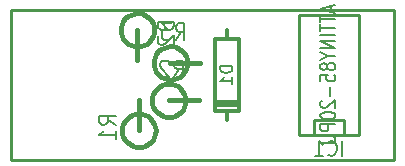
<source format=gbo>
G04 (created by PCBNEW-RS274X (2012-apr-16-27)-stable) date Mon 26 Aug 2013 06:45:51 PM IST*
G01*
G70*
G90*
%MOIN*%
G04 Gerber Fmt 3.4, Leading zero omitted, Abs format*
%FSLAX34Y34*%
G04 APERTURE LIST*
%ADD10C,0.006000*%
%ADD11C,0.011100*%
%ADD12C,0.015000*%
%ADD13C,0.010000*%
%ADD14C,0.012000*%
%ADD15C,0.008000*%
G04 APERTURE END LIST*
G54D10*
G54D11*
X33000Y-43250D02*
X33000Y-38250D01*
X45750Y-43250D02*
X33000Y-43250D01*
X45750Y-38250D02*
X45750Y-43250D01*
X33000Y-38250D02*
X45750Y-38250D01*
G54D12*
X37250Y-42250D02*
X37250Y-41250D01*
X37809Y-42250D02*
X37798Y-42358D01*
X37766Y-42463D01*
X37715Y-42559D01*
X37646Y-42643D01*
X37562Y-42713D01*
X37466Y-42765D01*
X37362Y-42797D01*
X37253Y-42808D01*
X37146Y-42799D01*
X37041Y-42768D01*
X36944Y-42717D01*
X36859Y-42649D01*
X36789Y-42565D01*
X36737Y-42470D01*
X36704Y-42366D01*
X36692Y-42257D01*
X36701Y-42150D01*
X36731Y-42045D01*
X36781Y-41948D01*
X36848Y-41862D01*
X36931Y-41791D01*
X37027Y-41738D01*
X37130Y-41705D01*
X37239Y-41692D01*
X37347Y-41700D01*
X37452Y-41729D01*
X37549Y-41779D01*
X37635Y-41846D01*
X37706Y-41928D01*
X37760Y-42023D01*
X37795Y-42127D01*
X37808Y-42235D01*
X37809Y-42250D01*
G54D13*
X44100Y-42400D02*
X44100Y-41900D01*
X44100Y-41900D02*
X43100Y-41900D01*
X43100Y-41900D02*
X43100Y-42400D01*
X44600Y-42400D02*
X44600Y-38400D01*
X44600Y-38400D02*
X42600Y-38400D01*
X42600Y-38400D02*
X42600Y-42400D01*
X42600Y-42400D02*
X44600Y-42400D01*
G54D12*
X38250Y-41250D02*
X39250Y-41250D01*
X38809Y-41250D02*
X38798Y-41358D01*
X38766Y-41463D01*
X38715Y-41559D01*
X38646Y-41643D01*
X38562Y-41713D01*
X38466Y-41765D01*
X38362Y-41797D01*
X38253Y-41808D01*
X38146Y-41799D01*
X38041Y-41768D01*
X37944Y-41717D01*
X37859Y-41649D01*
X37789Y-41565D01*
X37737Y-41470D01*
X37704Y-41366D01*
X37692Y-41257D01*
X37701Y-41150D01*
X37731Y-41045D01*
X37781Y-40948D01*
X37848Y-40862D01*
X37931Y-40791D01*
X38027Y-40738D01*
X38130Y-40705D01*
X38239Y-40692D01*
X38347Y-40700D01*
X38452Y-40729D01*
X38549Y-40779D01*
X38635Y-40846D01*
X38706Y-40928D01*
X38760Y-41023D01*
X38795Y-41127D01*
X38808Y-41235D01*
X38809Y-41250D01*
X38300Y-40000D02*
X39300Y-40000D01*
X38859Y-40000D02*
X38848Y-40108D01*
X38816Y-40213D01*
X38765Y-40309D01*
X38696Y-40393D01*
X38612Y-40463D01*
X38516Y-40515D01*
X38412Y-40547D01*
X38303Y-40558D01*
X38196Y-40549D01*
X38091Y-40518D01*
X37994Y-40467D01*
X37909Y-40399D01*
X37839Y-40315D01*
X37787Y-40220D01*
X37754Y-40116D01*
X37742Y-40007D01*
X37751Y-39900D01*
X37781Y-39795D01*
X37831Y-39698D01*
X37898Y-39612D01*
X37981Y-39541D01*
X38077Y-39488D01*
X38180Y-39455D01*
X38289Y-39442D01*
X38397Y-39450D01*
X38502Y-39479D01*
X38599Y-39529D01*
X38685Y-39596D01*
X38756Y-39678D01*
X38810Y-39773D01*
X38845Y-39877D01*
X38858Y-39985D01*
X38859Y-40000D01*
G54D14*
X40200Y-41900D02*
X40200Y-41600D01*
X40200Y-41600D02*
X39800Y-41600D01*
X39800Y-41600D02*
X39800Y-39200D01*
X39800Y-39200D02*
X40200Y-39200D01*
X40200Y-39200D02*
X40200Y-38900D01*
X40200Y-39200D02*
X40600Y-39200D01*
X40600Y-39200D02*
X40600Y-41600D01*
X40600Y-41600D02*
X40200Y-41600D01*
X39800Y-41400D02*
X40600Y-41400D01*
X40600Y-41300D02*
X39800Y-41300D01*
G54D12*
X37200Y-38900D02*
X37200Y-39900D01*
X37759Y-38900D02*
X37748Y-39008D01*
X37716Y-39113D01*
X37665Y-39209D01*
X37596Y-39293D01*
X37512Y-39363D01*
X37416Y-39415D01*
X37312Y-39447D01*
X37203Y-39458D01*
X37096Y-39449D01*
X36991Y-39418D01*
X36894Y-39367D01*
X36809Y-39299D01*
X36739Y-39215D01*
X36687Y-39120D01*
X36654Y-39016D01*
X36642Y-38907D01*
X36651Y-38800D01*
X36681Y-38695D01*
X36731Y-38598D01*
X36798Y-38512D01*
X36881Y-38441D01*
X36977Y-38388D01*
X37080Y-38355D01*
X37189Y-38342D01*
X37297Y-38350D01*
X37402Y-38379D01*
X37499Y-38429D01*
X37585Y-38496D01*
X37656Y-38578D01*
X37710Y-38673D01*
X37745Y-38777D01*
X37758Y-38885D01*
X37759Y-38900D01*
G54D15*
X36473Y-42067D02*
X36211Y-41900D01*
X36473Y-41781D02*
X35923Y-41781D01*
X35923Y-41972D01*
X35949Y-42019D01*
X35975Y-42043D01*
X36027Y-42067D01*
X36106Y-42067D01*
X36158Y-42043D01*
X36185Y-42019D01*
X36211Y-41972D01*
X36211Y-41781D01*
X36473Y-42543D02*
X36473Y-42257D01*
X36473Y-42400D02*
X35923Y-42400D01*
X36001Y-42352D01*
X36054Y-42305D01*
X36080Y-42257D01*
X44039Y-43102D02*
X44039Y-42602D01*
X43568Y-43055D02*
X43589Y-43079D01*
X43653Y-43102D01*
X43696Y-43102D01*
X43761Y-43079D01*
X43803Y-43031D01*
X43825Y-42983D01*
X43846Y-42888D01*
X43846Y-42817D01*
X43825Y-42721D01*
X43803Y-42674D01*
X43761Y-42626D01*
X43696Y-42602D01*
X43653Y-42602D01*
X43589Y-42626D01*
X43568Y-42650D01*
X43139Y-43102D02*
X43396Y-43102D01*
X43268Y-43102D02*
X43268Y-42602D01*
X43311Y-42674D01*
X43353Y-42721D01*
X43396Y-42745D01*
X43660Y-38105D02*
X43660Y-38296D01*
X43802Y-38067D02*
X43302Y-38200D01*
X43802Y-38334D01*
X43302Y-38410D02*
X43302Y-38639D01*
X43802Y-38524D02*
X43302Y-38524D01*
X43302Y-38715D02*
X43302Y-38944D01*
X43802Y-38829D02*
X43302Y-38829D01*
X43802Y-39077D02*
X43302Y-39077D01*
X43802Y-39267D02*
X43302Y-39267D01*
X43802Y-39496D01*
X43302Y-39496D01*
X43564Y-39762D02*
X43802Y-39762D01*
X43302Y-39629D02*
X43564Y-39762D01*
X43302Y-39896D01*
X43517Y-40086D02*
X43493Y-40048D01*
X43469Y-40029D01*
X43421Y-40010D01*
X43398Y-40010D01*
X43350Y-40029D01*
X43326Y-40048D01*
X43302Y-40086D01*
X43302Y-40163D01*
X43326Y-40201D01*
X43350Y-40220D01*
X43398Y-40239D01*
X43421Y-40239D01*
X43469Y-40220D01*
X43493Y-40201D01*
X43517Y-40163D01*
X43517Y-40086D01*
X43540Y-40048D01*
X43564Y-40029D01*
X43612Y-40010D01*
X43707Y-40010D01*
X43755Y-40029D01*
X43779Y-40048D01*
X43802Y-40086D01*
X43802Y-40163D01*
X43779Y-40201D01*
X43755Y-40220D01*
X43707Y-40239D01*
X43612Y-40239D01*
X43564Y-40220D01*
X43540Y-40201D01*
X43517Y-40163D01*
X43302Y-40601D02*
X43302Y-40410D01*
X43540Y-40391D01*
X43517Y-40410D01*
X43493Y-40448D01*
X43493Y-40544D01*
X43517Y-40582D01*
X43540Y-40601D01*
X43588Y-40620D01*
X43707Y-40620D01*
X43755Y-40601D01*
X43779Y-40582D01*
X43802Y-40544D01*
X43802Y-40448D01*
X43779Y-40410D01*
X43755Y-40391D01*
X43612Y-40791D02*
X43612Y-41096D01*
X43350Y-41267D02*
X43326Y-41286D01*
X43302Y-41324D01*
X43302Y-41420D01*
X43326Y-41458D01*
X43350Y-41477D01*
X43398Y-41496D01*
X43445Y-41496D01*
X43517Y-41477D01*
X43802Y-41248D01*
X43802Y-41496D01*
X43302Y-41743D02*
X43302Y-41782D01*
X43326Y-41820D01*
X43350Y-41839D01*
X43398Y-41858D01*
X43493Y-41877D01*
X43612Y-41877D01*
X43707Y-41858D01*
X43755Y-41839D01*
X43779Y-41820D01*
X43802Y-41782D01*
X43802Y-41743D01*
X43779Y-41705D01*
X43755Y-41686D01*
X43707Y-41667D01*
X43612Y-41648D01*
X43493Y-41648D01*
X43398Y-41667D01*
X43350Y-41686D01*
X43326Y-41705D01*
X43302Y-41743D01*
X43802Y-42048D02*
X43302Y-42048D01*
X43302Y-42201D01*
X43326Y-42239D01*
X43350Y-42258D01*
X43398Y-42277D01*
X43469Y-42277D01*
X43517Y-42258D01*
X43540Y-42239D01*
X43564Y-42201D01*
X43564Y-42048D01*
X43302Y-42448D02*
X43707Y-42448D01*
X43755Y-42467D01*
X43779Y-42486D01*
X43802Y-42524D01*
X43802Y-42601D01*
X43779Y-42639D01*
X43755Y-42658D01*
X43707Y-42677D01*
X43302Y-42677D01*
X38433Y-40473D02*
X38600Y-40211D01*
X38719Y-40473D02*
X38719Y-39923D01*
X38528Y-39923D01*
X38481Y-39949D01*
X38457Y-39975D01*
X38433Y-40027D01*
X38433Y-40106D01*
X38457Y-40158D01*
X38481Y-40185D01*
X38528Y-40211D01*
X38719Y-40211D01*
X38243Y-39975D02*
X38219Y-39949D01*
X38171Y-39923D01*
X38052Y-39923D01*
X38005Y-39949D01*
X37981Y-39975D01*
X37957Y-40027D01*
X37957Y-40080D01*
X37981Y-40158D01*
X38267Y-40473D01*
X37957Y-40473D01*
X38483Y-39223D02*
X38650Y-38961D01*
X38769Y-39223D02*
X38769Y-38673D01*
X38578Y-38673D01*
X38531Y-38699D01*
X38507Y-38725D01*
X38483Y-38777D01*
X38483Y-38856D01*
X38507Y-38908D01*
X38531Y-38935D01*
X38578Y-38961D01*
X38769Y-38961D01*
X38317Y-38673D02*
X38007Y-38673D01*
X38174Y-38882D01*
X38102Y-38882D01*
X38055Y-38908D01*
X38031Y-38935D01*
X38007Y-38987D01*
X38007Y-39118D01*
X38031Y-39170D01*
X38055Y-39196D01*
X38102Y-39223D01*
X38245Y-39223D01*
X38293Y-39196D01*
X38317Y-39170D01*
X40362Y-40105D02*
X39962Y-40105D01*
X39962Y-40200D01*
X39981Y-40258D01*
X40019Y-40296D01*
X40057Y-40315D01*
X40133Y-40334D01*
X40190Y-40334D01*
X40267Y-40315D01*
X40305Y-40296D01*
X40343Y-40258D01*
X40362Y-40200D01*
X40362Y-40105D01*
X40362Y-40715D02*
X40362Y-40486D01*
X40362Y-40600D02*
X39962Y-40600D01*
X40019Y-40562D01*
X40057Y-40524D01*
X40076Y-40486D01*
X38423Y-38631D02*
X37873Y-38631D01*
X37873Y-38750D01*
X37899Y-38822D01*
X37951Y-38869D01*
X38004Y-38893D01*
X38108Y-38917D01*
X38187Y-38917D01*
X38292Y-38893D01*
X38344Y-38869D01*
X38396Y-38822D01*
X38423Y-38750D01*
X38423Y-38631D01*
X37925Y-39107D02*
X37899Y-39131D01*
X37873Y-39179D01*
X37873Y-39298D01*
X37899Y-39345D01*
X37925Y-39369D01*
X37977Y-39393D01*
X38030Y-39393D01*
X38108Y-39369D01*
X38423Y-39083D01*
X38423Y-39393D01*
M02*

</source>
